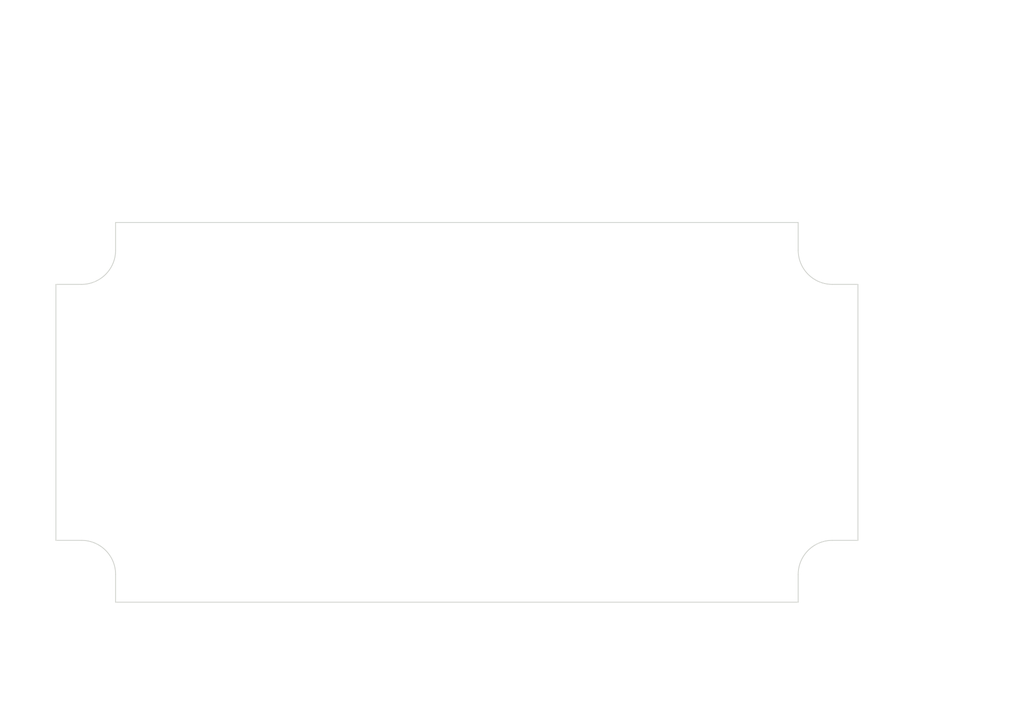
<source format=kicad_pcb>
(kicad_pcb (version 20211014) (generator pcbnew)

  (general
    (thickness 1.6)
  )

  (paper "A5")
  (layers
    (0 "F.Cu" signal)
    (31 "B.Cu" signal)
    (32 "B.Adhes" user "B.Adhesive")
    (33 "F.Adhes" user "F.Adhesive")
    (34 "B.Paste" user)
    (35 "F.Paste" user)
    (36 "B.SilkS" user "B.Silkscreen")
    (37 "F.SilkS" user "F.Silkscreen")
    (38 "B.Mask" user)
    (39 "F.Mask" user)
    (40 "Dwgs.User" user "User.Drawings")
    (41 "Cmts.User" user "User.Comments")
    (42 "Eco1.User" user "User.Eco1")
    (43 "Eco2.User" user "User.Eco2")
    (44 "Edge.Cuts" user)
    (45 "Margin" user)
    (46 "B.CrtYd" user "B.Courtyard")
    (47 "F.CrtYd" user "F.Courtyard")
    (48 "B.Fab" user)
    (49 "F.Fab" user)
  )

  (setup
    (pad_to_mask_clearance 0)
    (pcbplotparams
      (layerselection 0x0000030_80000001)
      (disableapertmacros false)
      (usegerberextensions false)
      (usegerberattributes false)
      (usegerberadvancedattributes false)
      (creategerberjobfile false)
      (svguseinch false)
      (svgprecision 6)
      (excludeedgelayer true)
      (plotframeref false)
      (viasonmask false)
      (mode 1)
      (useauxorigin false)
      (hpglpennumber 1)
      (hpglpenspeed 20)
      (hpglpendiameter 15.000000)
      (dxfpolygonmode true)
      (dxfimperialunits true)
      (dxfusepcbnewfont true)
      (psnegative false)
      (psa4output false)
      (plotreference true)
      (plotvalue true)
      (plotinvisibletext false)
      (sketchpadsonfab false)
      (subtractmaskfromsilk false)
      (outputformat 1)
      (mirror false)
      (drillshape 1)
      (scaleselection 1)
      (outputdirectory "")
    )
  )

  (net 0 "")

  (gr_circle (center 74.990931 49.95) (end 78.790931 49.15) (layer "Dwgs.User") (width 0.15) (fill none) (tstamp 00000000-0000-0000-0000-00005e7ccc76))
  (gr_circle (center 74.990931 49.95) (end 76.790931 49.95) (layer "Dwgs.User") (width 0.15) (fill none) (tstamp 00000000-0000-0000-0000-00005e7ccc77))
  (gr_circle (center 75 74.95254) (end 76.8 74.95254) (layer "Dwgs.User") (width 0.15) (fill none) (tstamp 1618814f-0505-4c75-87a3-5639a90ae5f7))
  (gr_line (start 156.5 62.5) (end 54 62.5) (layer "Dwgs.User") (width 0.1) (tstamp 4ae70c82-4687-4196-83cf-9c8dba93106e))
  (gr_circle (center 140 74.95254) (end 141.8 74.95254) (layer "Dwgs.User") (width 0.15) (fill none) (tstamp 8bef3269-07f2-4003-98a5-e0476df200f9))
  (gr_line (start 107.5 35.75) (end 107.5 98) (layer "Dwgs.User") (width 0.1) (tstamp 9f8413a2-3f7b-4813-ae7c-70bdaf3fb28e))
  (gr_circle (center 140 49.95254) (end 143.8 49.15254) (layer "Dwgs.User") (width 0.15) (fill none) (tstamp b34d2428-3790-469f-a164-90d4d8365551))
  (gr_circle (center 75 74.95254) (end 78.8 74.15254) (layer "Dwgs.User") (width 0.15) (fill none) (tstamp bf0862f0-7b4d-4da4-a5e8-91a9bdbee56f))
  (gr_circle (center 140 49.95254) (end 141.8 49.95254) (layer "Dwgs.User") (width 0.15) (fill none) (tstamp c50a0deb-6e72-4137-92d6-9f84151d3368))
  (gr_circle (center 140 74.95254) (end 143.8 74.15254) (layer "Dwgs.User") (width 0.15) (fill none) (tstamp e3fbf23c-e20e-4416-bbc6-27e25a75d7b9))
  (gr_line (start 157.95 38.8) (end 157.95 86.2) (layer "Cmts.User") (width 0.1) (tstamp 18a91764-bd17-41b1-a0c2-ac4e435db6e5))
  (gr_line (start 59.05 36.8) (end 155.95 36.8) (layer "Cmts.User") (width 0.1) (tstamp 222e373a-0e71-4fa1-87cc-6624de5120d1))
  (gr_line (start 155.95 88.2) (end 59.05 88.2) (layer "Cmts.User") (width 0.1) (tstamp 56ddc0d6-834e-4e11-bedc-54d405345397))
  (gr_arc (start 157.95 86.2) (mid 157.364214 87.614214) (end 155.95 88.2) (layer "Cmts.User") (width 0.1) (tstamp 5848d25a-7f32-4d1f-b0ab-19749ad1a07e))
  (gr_line (start 57.05 38.8) (end 57.05 86.2) (layer "Cmts.User") (width 0.1) (tstamp 9124d98f-0a12-4f04-bef8-8459ce54dd64))
  (gr_arc (start 155.95 36.8) (mid 157.364214 37.385786) (end 157.95 38.8) (layer "Cmts.User") (width 0.1) (tstamp 99606269-d47c-4c98-b402-73efe70dd938))
  (gr_arc (start 57.05 38.8) (mid 57.635786 37.385787) (end 59.05 36.8) (layer "Cmts.User") (width 0.1) (tstamp d2d6e80b-3603-44bc-8b39-97b3fd71ca9e))
  (gr_arc (start 59.05 88.2) (mid 57.635786 87.614214) (end 57.05 86.2) (layer "Cmts.User") (width 0.1) (tstamp dd4e839b-2ef3-422a-850a-d14c43f1ecb4))
  (gr_line (start 67.5 40.20254) (end 147.5 40.20254) (layer "Edge.Cuts") (width 0.1) (tstamp 00000000-0000-0000-0000-00005e7b9357))
  (gr_line (start 151.5 77.45254) (end 154.5 77.45254) (layer "Edge.Cuts") (width 0.1) (tstamp 0cb9cb32-3de1-41f5-9b45-0be9b99c411c))
  (gr_arc (start 151.5 47.45254) (mid 148.671573 46.280967) (end 147.5 43.45254) (layer "Edge.Cuts") (width 0.1) (tstamp 128cec06-f34d-4c31-8b3a-d1a56edd0a4a))
  (gr_line (start 151.5 47.45254) (end 154.5 47.45254) (layer "Edge.Cuts") (width 0.1) (tstamp 1501bb25-a16c-42fd-bcae-537e068003ca))
  (gr_line (start 67.5 81.45254) (end 67.5 84.70254) (layer "Edge.Cuts") (width 0.1) (tstamp 2350c629-d5fa-4d10-85c8-f0b284e53e2d))
  (gr_arc (start 63.5 77.45254) (mid 66.328427 78.624113) (end 67.5 81.45254) (layer "Edge.Cuts") (width 0.1) (tstamp 2b8032ef-8210-42a5-bd12-0b4a038cdffa))
  (gr_line (start 147.5 81.45254) (end 147.5 84.70254) (layer "Edge.Cuts") (width 0.1) (tstamp 310c49f8-b369-497b-ac77-b6dfcda48dd1))
  (gr_line (start 63.5 47.45254) (end 60.5 47.45254) (layer "Edge.Cuts") (width 0.1) (tstamp 4a4f1547-a868-43af-aa33-30ad2131b40f))
  (gr_line (start 63.5 77.45254) (end 60.5 77.45254) (layer "Edge.Cuts") (width 0.1) (tstamp 692f41a3-4e37-444d-bb3c-575a58c7d407))
  (gr_line (start 154.5 77.45254) (end 154.5 47.45254) (layer "Edge.Cuts") (width 0.1) (tstamp 69ef6a53-ae25-48b9-9169-944fe7942287))
  (gr_line (start 147.5 43.45254) (end 147.5 40.20254) (layer "Edge.Cuts") (width 0.1) (tstamp 69ff2342-c2cf-4e5d-b02d-e78deea30ea6))
  (gr_line (start 67.5 43.45254) (end 67.5 40.20254) (layer "Edge.Cuts") (width 0.1) (tstamp 7475fca0-7115-428e-850f-bda6f881c0f3))
  (gr_arc (start 67.5 43.45254) (mid 66.328427 46.280967) (end 63.5 47.45254) (layer "Edge.Cuts") (width 0.1) (tstamp 935da6fa-edbc-4f0a-a60d-d9f48039cbac))
  (gr_line (start 60.5 47.45254) (end 60.5 77.45254) (layer "Edge.Cuts") (width 0.1) (tstamp a159e50c-1b12-4b7a-8b74-0591a0815ab3))
  (gr_line (start 147.5 84.70254) (end 67.5 84.70254) (layer "Edge.Cuts") (width 0.1) (tstamp ec559a28-6f17-45d7-8df5-4043b8b26812))
  (gr_arc (start 147.5 81.45254) (mid 148.671573 78.624113) (end 151.5 77.45254) (layer "Edge.Cuts") (width 0.1) (tstamp fead33d1-d139-4a5f-bf3f-68de081af56b))
  (dimension (type aligned) (layer "Dwgs.User") (tstamp 06e55b5d-0eb3-434e-a37b-9d931eab0156)
    (pts (xy 154.5 47.45254) (xy 154.5 77.45254))
    (height -8.5)
    (gr_text "30.0000 mm" (at 161.85 62.45254 90) (layer "Dwgs.User") (tstamp 52d3f7a6-00a2-4bed-be6b-eca8fc8d9141)
      (effects (font (size 1 1) (thickness 0.15)))
    )
    (format (units 3) (units_format 1) (precision 4))
    (style (thickness 0.1) (arrow_length 1.27) (text_position_mode 0) (extension_height 0.58642) (extension_offset 0.5) keep_text_aligned)
  )
  (dimension (type aligned) (layer "Dwgs.User") (tstamp 0d0074ec-ca6e-43c4-914b-26ee8cf028ce)
    (pts (xy 140 49.95254) (xy 140 74.95254))
    (height -20.25)
    (gr_text "25.0000 mm" (at 159.1 62.45254 90) (layer "Dwgs.User") (tstamp 9a861c79-04cb-45f0-9310-f4f4a4cc98f9)
      (effects (font (size 1 1) (thickness 0.15)))
    )
    (format (units 3) (units_format 1) (precision 4))
    (style (thickness 0.1) (arrow_length 1.27) (text_position_mode 0) (extension_height 0.58642) (extension_offset 0.5) keep_text_aligned)
  )
  (dimension (type aligned) (layer "Dwgs.User") (tstamp 49fb3fee-1d71-42bd-a3b3-724a948a0070)
    (pts (xy 147.5 40.20254) (xy 147.5 84.70254))
    (height -18.75)
    (gr_text "44.5000 mm" (at 165.1 62.45254 90) (layer "Dwgs.User") (tstamp b6f83173-e743-43d9-9f5c-c9e39ec473bd)
      (effects (font (size 1 1) (thickness 0.15)))
    )
    (format (units 3) (units_format 1) (precision 4))
    (style (thickness 0.1) (arrow_length 1.27) (text_position_mode 0) (extension_height 0.58642) (extension_offset 0.5) keep_text_aligned)
  )
  (dimension (type aligned) (layer "Dwgs.User") (tstamp a6627ab5-f6df-493e-84e2-ed176944c1aa)
    (pts (xy 67.5 40.20254) (xy 147.5 40.20254))
    (height -16.45254)
    (gr_text "80.0000 mm" (at 107.5 22.6) (layer "Dwgs.User") (tstamp f1a8f134-1eef-4e8d-9db2-937e9642b923)
      (effects (font (size 1 1) (thickness 0.15)))
    )
    (format (units 3) (units_format 1) (precision 4))
    (style (thickness 0.1) (arrow_length 1.27) (text_position_mode 0) (extension_height 0.58642) (extension_offset 0.5) keep_text_aligned)
  )
  (dimension (type aligned) (layer "Dwgs.User") (tstamp c808a802-1e23-413a-8c56-8d34705867ba)
    (pts (xy 74.990931 49.95) (xy 140 49.95254))
    (height -22.450391)
    (gr_text "65.0091 mm" (at 107.496387 26.350879 359.9977614) (layer "Dwgs.User") (tstamp 7a6a03f2-481f-4c8e-8200-543f6f827558)
      (effects (font (size 1 1) (thickness 0.15)))
    )
    (format (units 3) (units_format 1) (precision 4))
    (style (thickness 0.1) (arrow_length 1.27) (text_position_mode 0) (extension_height 0.58642) (extension_offset 0.5) keep_text_aligned)
  )
  (dimension (type aligned) (layer "Dwgs.User") (tstamp daa6c8b3-381c-40b8-b825-ede9a61a0c34)
    (pts (xy 60.5 47.45254) (xy 154.5 47.45254))
    (height -27.45254)
    (gr_text "94.0000 mm" (at 107.5 18.85) (layer "Dwgs.User") (tstamp ab7dff1b-d20f-4821-91fd-b671b73a9d38)
      (effects (font (size 1 1) (thickness 0.15)))
    )
    (format (units 3) (units_format 1) (precision 4))
    (style (thickness 0.1) (arrow_length 1.27) (text_position_mode 0) (extension_height 0.58642) (extension_offset 0.5) keep_text_aligned)
  )
  (dimension (type aligned) (layer "Cmts.User") (tstamp 92d52c5c-2d11-4c7f-9859-44c740811e71)
    (pts (xy 157.95 85.5) (xy 57.05 85.45))
    (height 69.353584)
    (gr_text "100.9000 mm" (at 107.534937 14.971425 -0.02839235621) (layer "Cmts.User") (tstamp 25299c02-0132-4d69-9aed-5045d2cd620e)
      (effects (font (size 1 1) (thickness 0.15)))
    )
    (format (units 3) (units_format 1) (precision 4))
    (style (thickness 0.1) (arrow_length 1.27) (text_position_mode 0) (extension_height 0.58642) (extension_offset 0.5) keep_text_aligned)
  )
  (dimension (type aligned) (layer "Cmts.User") (tstamp e9f90422-efa7-484f-9a27-d08962f63ca1)
    (pts (xy 154 36.8) (xy 154 88.2))
    (height -16.2)
    (gr_text "51.4000 mm" (at 169.05 62.5 90) (layer "Cmts.User") (tstamp 8d7e40bc-6871-44c2-8b94-430c512fad67)
      (effects (font (size 1 1) (thickness 0.15)))
    )
    (format (units 3) (units_format 1) (precision 4))
    (style (thickness 0.1) (arrow_length 1.27) (text_position_mode 0) (extension_height 0.58642) (extension_offset 0.5) keep_text_aligned)
  )

)

</source>
